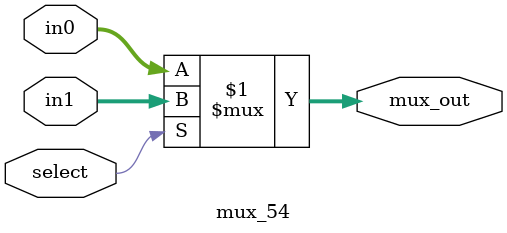
<source format=v>
`timescale 1ns/1ps

module  mux_54 (
          in0,
	  in1,
	  select,
	  mux_out
               );

input  [-1:52] in0 ;
input  [-1:52] in1 ;
input          select ;
output [-1:52] mux_out ;


wire  [-1:52] mux_out ;


assign mux_out =  (select) ? in1 : in0 ;

endmodule

</source>
